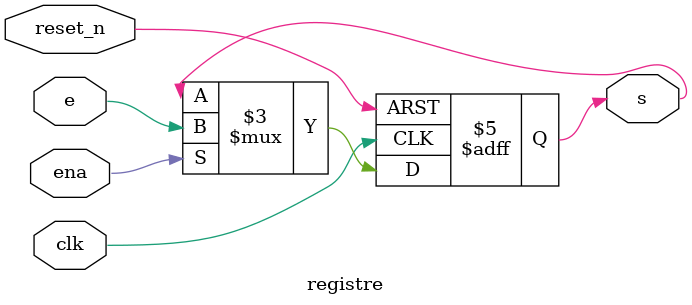
<source format=sv>
module registre(input logic clk,
		input logic  reset_n,
		input logic  e,
		input logic  ena,
		output logic s);

   always @(posedge clk or negedge reset_n)
     if (~reset_n)
       s <= 0;
     else
       if (ena)
	 s <= e;
endmodule // reg

</source>
